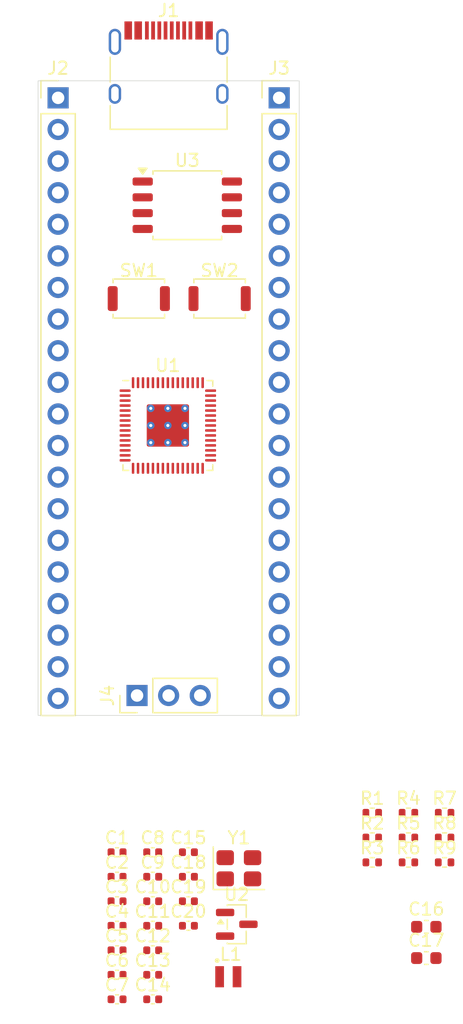
<source format=kicad_pcb>
(kicad_pcb (version 20241229) (generator "pcbnew") (generator_version "9.0")
  (layers (0 "F.Cu" signal) (2 "B.Cu" signal) (13 "F.Paste" user) (15 "B.Paste" user) (5 "F.SilkS" user "F.Silkscreen") (7 "B.SilkS" user "B.Silkscreen") (1 "F.Mask" user) (3 "B.Mask" user) (25 "Edge.Cuts" user))
  (net 0 "")
  (net 1 "+3.3V")
  (net 2 "GND")
  (net 3 "+1V1")
  (net 4 "Net-(U1-VREG_AVDD)")
  (net 5 "VBUS")
  (net 6 "XIN")
  (net 7 "Net-(C19-Pad1)")
  (net 8 "USB_D-")
  (net 9 "USB_D+")
  (net 10 "Net-(J1-CC1)")
  (net 11 "Net-(J1-CC2)")
  (net 12 "GPIO15")
  (net 13 "GPIO1")
  (net 14 "GPIO12")
  (net 15 "GPIO7")
  (net 16 "GPIO3")
  (net 17 "GPIO13")
  (net 18 "GPIO11")
  (net 19 "GPIO10")
  (net 20 "GPIO9")
  (net 21 "GPIO8")
  (net 22 "GPIO0")
  (net 23 "GPIO6")
  (net 24 "GPIO2")
  (net 25 "GPIO4")
  (net 26 "GPIO14")
  (net 27 "GPIO5")
  (net 28 "GPIO16")
  (net 29 "GPIO26_ADC0")
  (net 30 "GPIO19")
  (net 31 "GPIO24")
  (net 32 "GPIO18")
  (net 33 "RUN")
  (net 34 "GPIO20")
  (net 35 "GPIO27_ADC1")
  (net 36 "GPIO29_ADC3")
  (net 37 "GPIO22")
  (net 38 "GPIO23")
  (net 39 "GPIO28_ADC2")
  (net 40 "GPIO17")
  (net 41 "GPIO21")
  (net 42 "SWCLK")
  (net 43 "SWD")
  (net 44 "Net-(U1-VREG_LX)")
  (net 45 "Net-(U1-USB_DP)")
  (net 46 "Net-(U1-USB_DM)")
  (net 47 "XOUT")
  (net 48 "QSPI_SS")
  (net 49 "Net-(R8-Pad1)")
  (net 50 "Net-(R9-Pad1)")
  (net 52 "QSPI_SD0")
  (net 53 "QSPI_SD2")
  (net 54 "QSPI_SD3")
  (net 55 "QSPI_SCLK")
  (net 56 "QSPI_SD1")
  (footprint "Resistor_SMD:R_0402_1005Metric" (layer "F.Cu") (at 173.695 145.81)
    (property "Reference" "R9" (at 0 -1.17 0) (layer "F.SilkS"))
    (property "Value" "1k")
    (fp_line (start -0.153641 -0.38) (end 0.153641 -0.38) (stroke (width 0.12)) (layer "F.SilkS"))
    (fp_line (start -0.153641 0.38) (end 0.153641 0.38) (stroke (width 0.12)) (layer "F.SilkS"))
    (pad "1" smd roundrect (at -0.51 0) (size 0.54 0.64) (layers "F.Cu" "F.Mask" "F.Paste") (net 50 "Net-(R9-Pad1)"))
    (pad "2" smd roundrect (at 0.51 0) (size 0.54 0.64) (layers "F.Cu" "F.Mask" "F.Paste") (net 33 "RUN"))
  )
  (footprint "Button_Switch_SMD:SW_Push_SPST_NO_Alps_SKRK" (layer "F.Cu") (at 155.6 100.5)
    (property "Reference" "SW2" (at 0 -2.25 0) (layer "F.SilkS"))
    (property "Value" "SW_Push")
    (fp_line (start -2.07 -1.57) (end 2.07 -1.57) (stroke (width 0.12)) (layer "F.SilkS"))
    (fp_line (start -2.07 -1.27) (end -2.07 -1.57) (stroke (width 0.12)) (layer "F.SilkS"))
    (fp_line (start -2.07 1.57) (end -2.07 1.27) (stroke (width 0.12)) (layer "F.SilkS"))
    (fp_line (start 2.07 -1.57) (end 2.07 -1.27) (stroke (width 0.12)) (layer "F.SilkS"))
    (fp_line (start 2.07 1.27) (end 2.07 1.57) (stroke (width 0.12)) (layer "F.SilkS"))
    (fp_line (start 2.07 1.57) (end -2.07 1.57) (stroke (width 0.12)) (layer "F.SilkS"))
    (pad "1" smd roundrect (at -2.1 0) (size 0.8 2) (layers "F.Cu" "F.Mask" "F.Paste") (net 2 "GND"))
    (pad "2" smd roundrect (at 2.1 0) (size 0.8 2) (layers "F.Cu" "F.Mask" "F.Paste") (net 50 "Net-(R9-Pad1)"))
  )
  (footprint "Resistor_SMD:R_0402_1005Metric" (layer "F.Cu") (at 167.875 143.82)
    (property "Reference" "R2" (at 0 -1.17 0) (layer "F.SilkS"))
    (property "Value" "5.1k")
    (fp_line (start -0.153641 -0.38) (end 0.153641 -0.38) (stroke (width 0.12)) (layer "F.SilkS"))
    (fp_line (start -0.153641 0.38) (end 0.153641 0.38) (stroke (width 0.12)) (layer "F.SilkS"))
    (pad "1" smd roundrect (at -0.51 0) (size 0.54 0.64) (layers "F.Cu" "F.Mask" "F.Paste") (net 10 "Net-(J1-CC1)"))
    (pad "2" smd roundrect (at 0.51 0) (size 0.54 0.64) (layers "F.Cu" "F.Mask" "F.Paste") (net 2 "GND"))
  )
  (footprint "Capacitor_SMD:C_0603_1608Metric" (layer "F.Cu") (at 172.225 150.99)
    (property "Reference" "C16" (at 0 -1.43 0) (layer "F.SilkS"))
    (property "Value" "10u")
    (fp_line (start -0.14058 -0.51) (end 0.14058 -0.51) (stroke (width 0.12)) (layer "F.SilkS"))
    (fp_line (start -0.14058 0.51) (end 0.14058 0.51) (stroke (width 0.12)) (layer "F.SilkS"))
    (pad "1" smd roundrect (at -0.775 0) (size 0.9 0.95) (layers "F.Cu" "F.Mask" "F.Paste") (net 5 "VBUS"))
    (pad "2" smd roundrect (at 0.775 0) (size 0.9 0.95) (layers "F.Cu" "F.Mask" "F.Paste") (net 2 "GND"))
  )
  (footprint "Capacitor_SMD:C_0402_1005Metric" (layer "F.Cu") (at 147.35 150.903579)
    (property "Reference" "C4" (at 0 -1.16 0) (layer "F.SilkS"))
    (property "Value" "100n")
    (fp_line (start -0.107836 -0.36) (end 0.107836 -0.36) (stroke (width 0.12)) (layer "F.SilkS"))
    (fp_line (start -0.107836 0.36) (end 0.107836 0.36) (stroke (width 0.12)) (layer "F.SilkS"))
    (pad "1" smd roundrect (at -0.48 0) (size 0.56 0.62) (layers "F.Cu" "F.Mask" "F.Paste") (net 1 "+3.3V"))
    (pad "2" smd roundrect (at 0.48 0) (size 0.56 0.62) (layers "F.Cu" "F.Mask" "F.Paste") (net 2 "GND"))
  )
  (footprint "Capacitor_SMD:C_0402_1005Metric" (layer "F.Cu") (at 153.09 150.903579)
    (property "Reference" "C20" (at 0 -1.16 0) (layer "F.SilkS"))
    (property "Value" "100n")
    (fp_line (start -0.107836 -0.36) (end 0.107836 -0.36) (stroke (width 0.12)) (layer "F.SilkS"))
    (fp_line (start -0.107836 0.36) (end 0.107836 0.36) (stroke (width 0.12)) (layer "F.SilkS"))
    (pad "1" smd roundrect (at -0.48 0) (size 0.56 0.62) (layers "F.Cu" "F.Mask" "F.Paste") (net 1 "+3.3V"))
    (pad "2" smd roundrect (at 0.48 0) (size 0.56 0.62) (layers "F.Cu" "F.Mask" "F.Paste") (net 2 "GND"))
  )
  (footprint "Connector_PinHeader_2.54mm:PinHeader_1x03_P2.54mm_Vertical" (layer "F.Cu") (at 148.96 132.4 90)
    (property "Reference" "J4" (at 0 -2.38 90) (layer "F.SilkS"))
    (property "Value" "Conn_01x03")
    (fp_line (start -1.38 -1.38) (end 0 -1.38) (stroke (width 0.12)) (layer "F.SilkS"))
    (fp_line (start -1.38 0) (end -1.38 -1.38) (stroke (width 0.12)) (layer "F.SilkS"))
    (fp_line (start 1.38 1.27) (end 1.38 6.46) (stroke (width 0.12)) (layer "F.SilkS"))
    (fp_line (start -1.38 1.27) (end 1.38 1.27) (stroke (width 0.12)) (layer "F.SilkS"))
    (fp_line (start -1.38 1.27) (end -1.38 6.46) (stroke (width 0.12)) (layer "F.SilkS"))
    (fp_line (start -1.38 6.46) (end 1.38 6.46) (stroke (width 0.12)) (layer "F.SilkS"))
    (pad "1" thru_hole rect (at 0 0 90) (size 1.7 1.7) (drill 1) (layers "*.Cu" "*.Mask") (net 42 "SWCLK"))
    (pad "2" thru_hole circle (at 0 2.54 90) (size 1.7 1.7) (drill 1) (layers "*.Cu" "*.Mask") (net 2 "GND"))
    (pad "3" thru_hole circle (at 0 5.08 90) (size 1.7 1.7) (drill 1) (layers "*.Cu" "*.Mask") (net 43 "SWD"))
  )
  (footprint "Capacitor_SMD:C_0402_1005Metric" (layer "F.Cu") (at 150.22 156.813579)
    (property "Reference" "C14" (at 0 -1.16 0) (layer "F.SilkS"))
    (property "Value" "100n")
    (fp_line (start -0.107836 -0.36) (end 0.107836 -0.36) (stroke (width 0.12)) (layer "F.SilkS"))
    (fp_line (start -0.107836 0.36) (end 0.107836 0.36) (stroke (width 0.12)) (layer "F.SilkS"))
    (pad "1" smd roundrect (at -0.48 0) (size 0.56 0.62) (layers "F.Cu" "F.Mask" "F.Paste") (net 1 "+3.3V"))
    (pad "2" smd roundrect (at 0.48 0) (size 0.56 0.62) (layers "F.Cu" "F.Mask" "F.Paste") (net 2 "GND"))
  )
  (footprint "Capacitor_SMD:C_0402_1005Metric" (layer "F.Cu") (at 153.09 146.963579)
    (property "Reference" "C18" (at 0 -1.16 0) (layer "F.SilkS"))
    (property "Value" "15p")
    (fp_line (start -0.107836 -0.36) (end 0.107836 -0.36) (stroke (width 0.12)) (layer "F.SilkS"))
    (fp_line (start -0.107836 0.36) (end 0.107836 0.36) (stroke (width 0.12)) (layer "F.SilkS"))
    (pad "1" smd roundrect (at -0.48 0) (size 0.56 0.62) (layers "F.Cu" "F.Mask" "F.Paste") (net 6 "XIN"))
    (pad "2" smd roundrect (at 0.48 0) (size 0.56 0.62) (layers "F.Cu" "F.Mask" "F.Paste") (net 2 "GND"))
  )
  (footprint "RP2350_60QFN_minimal:L_pol_2016" (layer "F.Cu") (at 156.3 155)
    (property "Reference" "L1" (at 0.2 -1.8 0) (layer "F.SilkS"))
    (property "Value" "3.3u")
    (fp_circle (center -0.9 -1.3) (end -0.758579 -1.3) (stroke (width 0.1)) (fill yes) (layer "F.SilkS"))
    (pad "1" smd rect (at -0.7 0) (size 0.7 1.7) (layers "F.Cu" "F.Mask" "F.Paste") (net 3 "+1V1"))
    (pad "2" smd rect (at 0.7 0) (size 0.7 1.7) (layers "F.Cu" "F.Mask" "F.Paste") (net 44 "Net-(U1-VREG_LX)"))
  )
  (footprint "Capacitor_SMD:C_0402_1005Metric" (layer "F.Cu") (at 150.22 152.873579)
    (property "Reference" "C12" (at 0 -1.16 0) (layer "F.SilkS"))
    (property "Value" "100n")
    (fp_line (start -0.107836 -0.36) (end 0.107836 -0.36) (stroke (width 0.12)) (layer "F.SilkS"))
    (fp_line (start -0.107836 0.36) (end 0.107836 0.36) (stroke (width 0.12)) (layer "F.SilkS"))
    (pad "1" smd roundrect (at -0.48 0) (size 0.56 0.62) (layers "F.Cu" "F.Mask" "F.Paste") (net 1 "+3.3V"))
    (pad "2" smd roundrect (at 0.48 0) (size 0.56 0.62) (layers "F.Cu" "F.Mask" "F.Paste") (net 2 "GND"))
  )
  (footprint "Package_TO_SOT_SMD:SOT-23" (layer "F.Cu") (at 156.98 150.783579)
    (property "Reference" "U2" (at 0 -2.4 0) (layer "F.SilkS"))
    (property "Value" "MCP1700x-330xxTT")
    (fp_line (start -0.76 -1.56) (end 0.76 -1.56) (stroke (width 0.12)) (layer "F.SilkS"))
    (fp_line (start -0.76 -1.51) (end -0.76 -1.56) (stroke (width 0.12)) (layer "F.SilkS"))
    (fp_line (start -0.76 0.39) (end -0.76 -0.39) (stroke (width 0.12)) (layer "F.SilkS"))
    (fp_line (start -0.76 1.56) (end -0.76 1.51) (stroke (width 0.12)) (layer "F.SilkS"))
    (fp_line (start 0.76 -1.56) (end 0.76 -0.56) (stroke (width 0.12)) (layer "F.SilkS"))
    (fp_line (start 0.76 0.56) (end 0.76 1.56) (stroke (width 0.12)) (layer "F.SilkS"))
    (fp_line (start 0.76 1.56) (end -0.76 1.56) (stroke (width 0.12)) (layer "F.SilkS"))
    (fp_poly (pts (xy -1.3 -0.38) (xy -1.06 -0.05) (xy -1.54 -0.05)) (stroke (width 0.12)) (fill yes) (layer "F.SilkS"))
    (pad "1" smd roundrect (at -0.9375 -0.95) (size 1.475 0.6) (layers "F.Cu" "F.Mask" "F.Paste") (net 2 "GND"))
    (pad "2" smd roundrect (at -0.9375 0.95) (size 1.475 0.6) (layers "F.Cu" "F.Mask" "F.Paste") (net 1 "+3.3V"))
    (pad "3" smd roundrect (at 0.9375 0) (size 1.475 0.6) (layers "F.Cu" "F.Mask" "F.Paste") (net 5 "VBUS"))
  )
  (footprint "Resistor_SMD:R_0402_1005Metric" (layer "F.Cu") (at 173.695 143.82)
    (property "Reference" "R8" (at 0 -1.17 0) (layer "F.SilkS"))
    (property "Value" "1k")
    (fp_line (start -0.153641 -0.38) (end 0.153641 -0.38) (stroke (width 0.12)) (layer "F.SilkS"))
    (fp_line (start -0.153641 0.38) (end 0.153641 0.38) (stroke (width 0.12)) (layer "F.SilkS"))
    (pad "1" smd roundrect (at -0.51 0) (size 0.54 0.64) (layers "F.Cu" "F.Mask" "F.Paste") (net 49 "Net-(R8-Pad1)"))
    (pad "2" smd roundrect (at 0.51 0) (size 0.54 0.64) (layers "F.Cu" "F.Mask" "F.Paste") (net 48 "QSPI_SS"))
  )
  (footprint "Capacitor_SMD:C_0402_1005Metric" (layer "F.Cu") (at 153.09 148.933579)
    (property "Reference" "C19" (at 0 -1.16 0) (layer "F.SilkS"))
    (property "Value" "15p")
    (fp_line (start -0.107836 -0.36) (end 0.107836 -0.36) (stroke (width 0.12)) (layer "F.SilkS"))
    (fp_line (start -0.107836 0.36) (end 0.107836 0.36) (stroke (width 0.12)) (layer "F.SilkS"))
    (pad "1" smd roundrect (at -0.48 0) (size 0.56 0.62) (layers "F.Cu" "F.Mask" "F.Paste") (net 7 "Net-(C19-Pad1)"))
    (pad "2" smd roundrect (at 0.48 0) (size 0.56 0.62) (layers "F.Cu" "F.Mask" "F.Paste") (net 2 "GND"))
  )
  (footprint "Button_Switch_SMD:SW_Push_SPST_NO_Alps_SKRK" (layer "F.Cu") (at 149.1 100.5)
    (property "Reference" "SW1" (at 0 -2.25 0) (layer "F.SilkS"))
    (property "Value" "SW_Push")
    (fp_line (start -2.07 -1.57) (end 2.07 -1.57) (stroke (width 0.12)) (layer "F.SilkS"))
    (fp_line (start -2.07 -1.27) (end -2.07 -1.57) (stroke (width 0.12)) (layer "F.SilkS"))
    (fp_line (start -2.07 1.57) (end -2.07 1.27) (stroke (width 0.12)) (layer "F.SilkS"))
    (fp_line (start 2.07 -1.57) (end 2.07 -1.27) (stroke (width 0.12)) (layer "F.SilkS"))
    (fp_line (start 2.07 1.27) (end 2.07 1.57) (stroke (width 0.12)) (layer "F.SilkS"))
    (fp_line (start 2.07 1.57) (end -2.07 1.57) (stroke (width 0.12)) (layer "F.SilkS"))
    (pad "1" smd roundrect (at -2.1 0) (size 0.8 2) (layers "F.Cu" "F.Mask" "F.Paste") (net 2 "GND"))
    (pad "2" smd roundrect (at 2.1 0) (size 0.8 2) (layers "F.Cu" "F.Mask" "F.Paste") (net 49 "Net-(R8-Pad1)"))
  )
  (footprint "Resistor_SMD:R_0402_1005Metric" (layer "F.Cu") (at 167.875 145.81)
    (property "Reference" "R3" (at 0 -1.17 0) (layer "F.SilkS"))
    (property "Value" "5.1k")
    (fp_line (start -0.153641 -0.38) (end 0.153641 -0.38) (stroke (width 0.12)) (layer "F.SilkS"))
    (fp_line (start -0.153641 0.38) (end 0.153641 0.38) (stroke (width 0.12)) (layer "F.SilkS"))
    (pad "1" smd roundrect (at -0.51 0) (size 0.54 0.64) (layers "F.Cu" "F.Mask" "F.Paste") (net 11 "Net-(J1-CC2)"))
    (pad "2" smd roundrect (at 0.51 0) (size 0.54 0.64) (layers "F.Cu" "F.Mask" "F.Paste") (net 2 "GND"))
  )
  (footprint "Capacitor_SMD:C_0402_1005Metric" (layer "F.Cu") (at 147.35 152.873579)
    (property "Reference" "C5" (at 0 -1.16 0) (layer "F.SilkS"))
    (property "Value" "100n")
    (fp_line (start -0.107836 -0.36) (end 0.107836 -0.36) (stroke (width 0.12)) (layer "F.SilkS"))
    (fp_line (start -0.107836 0.36) (end 0.107836 0.36) (stroke (width 0.12)) (layer "F.SilkS"))
    (pad "1" smd roundrect (at -0.48 0) (size 0.56 0.62) (layers "F.Cu" "F.Mask" "F.Paste") (net 1 "+3.3V"))
    (pad "2" smd roundrect (at 0.48 0) (size 0.56 0.62) (layers "F.Cu" "F.Mask" "F.Paste") (net 2 "GND"))
  )
  (footprint "Capacitor_SMD:C_0402_1005Metric" (layer "F.Cu") (at 147.35 156.813579)
    (property "Reference" "C7" (at 0 -1.16 0) (layer "F.SilkS"))
    (property "Value" "100n")
    (fp_line (start -0.107836 -0.36) (end 0.107836 -0.36) (stroke (width 0.12)) (layer "F.SilkS"))
    (fp_line (start -0.107836 0.36) (end 0.107836 0.36) (stroke (width 0.12)) (layer "F.SilkS"))
    (pad "1" smd roundrect (at -0.48 0) (size 0.56 0.62) (layers "F.Cu" "F.Mask" "F.Paste") (net 1 "+3.3V"))
    (pad "2" smd roundrect (at 0.48 0) (size 0.56 0.62) (layers "F.Cu" "F.Mask" "F.Paste") (net 2 "GND"))
  )
  (footprint "Resistor_SMD:R_0402_1005Metric" (layer "F.Cu") (at 167.875 141.83)
    (property "Reference" "R1" (at 0 -1.17 0) (layer "F.SilkS"))
    (property "Value" "33")
    (fp_line (start -0.153641 -0.38) (end 0.153641 -0.38) (stroke (width 0.12)) (layer "F.SilkS"))
    (fp_line (start -0.153641 0.38) (end 0.153641 0.38) (stroke (width 0.12)) (layer "F.SilkS"))
    (pad "1" smd roundrect (at -0.51 0) (size 0.54 0.64) (layers "F.Cu" "F.Mask" "F.Paste") (net 1 "+3.3V"))
    (pad "2" smd roundrect (at 0.51 0) (size 0.54 0.64) (layers "F.Cu" "F.Mask" "F.Paste") (net 4 "Net-(U1-VREG_AVDD)"))
  )
  (footprint "Capacitor_SMD:C_0402_1005Metric" (layer "F.Cu") (at 147.35 148.933579)
    (property "Reference" "C3" (at 0 -1.16 0) (layer "F.SilkS"))
    (property "Value" "4.7u")
    (fp_line (start -0.107836 -0.36) (end 0.107836 -0.36) (stroke (width 0.12)) (layer "F.SilkS"))
    (fp_line (start -0.107836 0.36) (end 0.107836 0.36) (stroke (width 0.12)) (layer "F.SilkS"))
    (pad "1" smd roundrect (at -0.48 0) (size 0.56 0.62) (layers "F.Cu" "F.Mask" "F.Paste") (net 4 "Net-(U1-VREG_AVDD)"))
    (pad "2" smd roundrect (at 0.48 0) (size 0.56 0.62) (layers "F.Cu" "F.Mask" "F.Paste") (net 2 "GND"))
  )
  (footprint "Capacitor_SMD:C_0402_1005Metric" (layer "F.Cu") (at 150.22 148.933579)
    (property "Reference" "C10" (at 0 -1.16 0) (layer "F.SilkS"))
    (property "Value" "100n")
    (fp_line (start -0.107836 -0.36) (end 0.107836 -0.36) (stroke (width 0.12)) (layer "F.SilkS"))
    (fp_line (start -0.107836 0.36) (end 0.107836 0.36) (stroke (width 0.12)) (layer "F.SilkS"))
    (pad "1" smd roundrect (at -0.48 0) (size 0.56 0.62) (layers "F.Cu" "F.Mask" "F.Paste") (net 1 "+3.3V"))
    (pad "2" smd roundrect (at 0.48 0) (size 0.56 0.62) (layers "F.Cu" "F.Mask" "F.Paste") (net 2 "GND"))
  )
  (footprint "Capacitor_SMD:C_0402_1005Metric" (layer "F.Cu") (at 150.22 154.843579)
    (property "Reference" "C13" (at 0 -1.16 0) (layer "F.SilkS"))
    (property "Value" "100n")
    (fp_line (start -0.107836 -0.36) (end 0.107836 -0.36) (stroke (width 0.12)) (layer "F.SilkS"))
    (fp_line (start -0.107836 0.36) (end 0.107836 0.36) (stroke (width 0.12)) (layer "F.SilkS"))
    (pad "1" smd roundrect (at -0.48 0) (size 0.56 0.62) (layers "F.Cu" "F.Mask" "F.Paste") (net 1 "+3.3V"))
    (pad "2" smd roundrect (at 0.48 0) (size 0.56 0.62) (layers "F.Cu" "F.Mask" "F.Paste") (net 2 "GND"))
  )
  (footprint "Capacitor_SMD:C_0402_1005Metric" (layer "F.Cu") (at 150.22 146.963579)
    (property "Reference" "C9" (at 0 -1.16 0) (layer "F.SilkS"))
    (property "Value" "100n")
    (fp_line (start -0.107836 -0.36) (end 0.107836 -0.36) (stroke (width 0.12)) (layer "F.SilkS"))
    (fp_line (start -0.107836 0.36) (end 0.107836 0.36) (stroke (width 0.12)) (layer "F.SilkS"))
    (pad "1" smd roundrect (at -0.48 0) (size 0.56 0.62) (layers "F.Cu" "F.Mask" "F.Paste") (net 1 "+3.3V"))
    (pad "2" smd roundrect (at 0.48 0) (size 0.56 0.62) (layers "F.Cu" "F.Mask" "F.Paste") (net 2 "GND"))
  )
  (footprint "Capacitor_SMD:C_0402_1005Metric" (layer "F.Cu") (at 153.09 144.993579)
    (property "Reference" "C15" (at 0 -1.16 0) (layer "F.SilkS"))
    (property "Value" "4.7u")
    (fp_line (start -0.107836 -0.36) (end 0.107836 -0.36) (stroke (width 0.12)) (layer "F.SilkS"))
    (fp_line (start -0.107836 0.36) (end 0.107836 0.36) (stroke (width 0.12)) (layer "F.SilkS"))
    (pad "1" smd roundrect (at -0.48 0) (size 0.56 0.62) (layers "F.Cu" "F.Mask" "F.Paste") (net 1 "+3.3V"))
    (pad "2" smd roundrect (at 0.48 0) (size 0.56 0.62) (layers "F.Cu" "F.Mask" "F.Paste") (net 2 "GND"))
  )
  (footprint "Resistor_SMD:R_0402_1005Metric" (layer "F.Cu") (at 170.785 145.81)
    (property "Reference" "R6" (at 0 -1.17 0) (layer "F.SilkS"))
    (property "Value" "1k")
    (fp_line (start -0.153641 -0.38) (end 0.153641 -0.38) (stroke (width 0.12)) (layer "F.SilkS"))
    (fp_line (start -0.153641 0.38) (end 0.153641 0.38) (stroke (width 0.12)) (layer "F.SilkS"))
    (pad "1" smd roundrect (at -0.51 0) (size 0.54 0.64) (layers "F.Cu" "F.Mask" "F.Paste") (net 7 "Net-(C19-Pad1)"))
    (pad "2" smd roundrect (at 0.51 0) (size 0.54 0.64) (layers "F.Cu" "F.Mask" "F.Paste") (net 47 "XOUT"))
  )
  (footprint "Capacitor_SMD:C_0402_1005Metric" (layer "F.Cu") (at 147.35 144.993579)
    (property "Reference" "C1" (at 0 -1.16 0) (layer "F.SilkS"))
    (property "Value" "4.7u")
    (fp_line (start -0.107836 -0.36) (end 0.107836 -0.36) (stroke (width 0.12)) (layer "F.SilkS"))
    (fp_line (start -0.107836 0.36) (end 0.107836 0.36) (stroke (width 0.12)) (layer "F.SilkS"))
    (pad "1" smd roundrect (at -0.48 0) (size 0.56 0.62) (layers "F.Cu" "F.Mask" "F.Paste") (net 1 "+3.3V"))
    (pad "2" smd roundrect (at 0.48 0) (size 0.56 0.62) (layers "F.Cu" "F.Mask" "F.Paste") (net 2 "GND"))
  )
  (footprint "Connector_PinHeader_2.54mm:PinHeader_1x20_P2.54mm_Vertical" (layer "F.Cu") (at 160.39 84.37)
    (property "Reference" "J3" (at 0 -2.38 0) (layer "F.SilkS"))
    (property "Value" "Conn_01x20")
    (fp_line (start -1.38 -1.38) (end 0 -1.38) (stroke (width 0.12)) (layer "F.SilkS"))
    (fp_line (start -1.38 0) (end -1.38 -1.38) (stroke (width 0.12)) (layer "F.SilkS"))
    (fp_line (start -1.38 1.27) (end -1.38 49.64) (stroke (width 0.12)) (layer "F.SilkS"))
    (fp_line (start -1.38 1.27) (end 1.38 1.27) (stroke (width 0.12)) (layer "F.SilkS"))
    (fp_line (start -1.38 49.64) (end 1.38 49.64) (stroke (width 0.12)) (layer "F.SilkS"))
    (fp_line (start 1.38 1.27) (end 1.38 49.64) (stroke (width 0.12)) (layer "F.SilkS"))
    (pad "1" thru_hole rect (at 0 0) (size 1.7 1.7) (drill 1) (layers "*.Cu" "*.Mask") (net 5 "VBUS"))
    (pad "2" thru_hole circle (at 0 2.54) (size 1.7 1.7) (drill 1) (layers "*.Cu" "*.Mask") (net 36 "GPIO29_ADC3"))
    (pad "3" thru_hole circle (at 0 5.08) (size 1.7 1.7) (drill 1) (layers "*.Cu" "*.Mask") (net 2 "GND"))
    (pad "4" thru_hole circle (at 0 7.62) (size 1.7 1.7) (drill 1) (layers "*.Cu" "*.Mask") (net 39 "GPIO28_ADC2"))
    (pad "5" thru_hole circle (at 0 10.16) (size 1.7 1.7) (drill 1) (layers "*.Cu" "*.Mask") (net 1 "+3.3V"))
    (pad "6" thru_hole circle (at 0 12.7) (size 1.7 1.7) (drill 1) (layers "*.Cu" "*.Mask") (net 35 "GPIO27_ADC1"))
    (pad "7" thru_hole circle (at 0 15.24) (size 1.7 1.7) (drill 1) (layers "*.Cu" "*.Mask") (net 29 "GPIO26_ADC0"))
    (pad "8" thru_hole circle (at 0 17.78) (size 1.7 1.7) (drill 1) (layers "*.Cu" "*.Mask") (net 2 "GND"))
    (pad "9" thru_hole circle (at 0 20.32) (size 1.7 1.7) (drill 1) (layers "*.Cu" "*.Mask") (net 31 "GPIO24"))
    (pad "10" thru_hole circle (at 0 22.86) (size 1.7 1.7) (drill 1) (layers "*.Cu" "*.Mask") (net 38 "GPIO23"))
    (pad "11" thru_hole circle (at 0 25.4) (size 1.7 1.7) (drill 1) (layers "*.Cu" "*.Mask") (net 33 "RUN"))
    (pad "12" thru_hole circle (at 0 27.94) (size 1.7 1.7) (drill 1) (layers "*.Cu" "*.Mask") (net 37 "GPIO22"))
    (pad "13" thru_hole circle (at 0 30.48) (size 1.7 1.7) (drill 1) (layers "*.Cu" "*.Mask") (net 2 "GND"))
    (pad "14" thru_hole circle (at 0 33.02) (size 1.7 1.7) (drill 1) (layers "*.Cu" "*.Mask") (net 41 "GPIO21"))
    (pad "15" thru_hole circle (at 0 35.56) (size 1.7 1.7) (drill 1) (layers "*.Cu" "*.Mask") (net 34 "GPIO20"))
    (pad "16" thru_hole circle (at 0 38.1) (size 1.7 1.7) (drill 1) (layers "*.Cu" "*.Mask") (net 30 "GPIO19"))
    (pad "17" thru_hole circle (at 0 40.64) (size 1.7 1.7) (drill 1) (layers "*.Cu" "*.Mask") (net 32 "GPIO18"))
    (pad "18" thru_hole circle (at 0 43.18) (size 1.7 1.7) (drill 1) (layers "*.Cu" "*.Mask") (net 2 "GND"))
    (pad "19" thru_hole circle (at 0 45.72) (size 1.7 1.7) (drill 1) (layers "*.Cu" "*.Mask") (net 40 "GPIO17"))
    (pad "20" thru_hole circle (at 0 48.26) (size 1.7 1.7) (drill 1) (layers "*.Cu" "*.Mask") (net 28 "GPIO16"))
  )
  (footprint "Capacitor_SMD:C_0402_1005Metric" (layer "F.Cu") (at 147.35 154.843579)
    (property "Reference" "C6" (at 0 -1.16 0) (layer "F.SilkS"))
    (property "Value" "100n")
    (fp_line (start -0.107836 -0.36) (end 0.107836 -0.36) (stroke (width 0.12)) (layer "F.SilkS"))
    (fp_line (start -0.107836 0.36) (end 0.107836 0.36) (stroke (width 0.12)) (layer "F.SilkS"))
    (pad "1" smd roundrect (at -0.48 0) (size 0.56 0.62) (layers "F.Cu" "F.Mask" "F.Paste") (net 1 "+3.3V"))
    (pad "2" smd roundrect (at 0.48 0) (size 0.56 0.62) (layers "F.Cu" "F.Mask" "F.Paste") (net 2 "GND"))
  )
  (footprint "Resistor_SMD:R_0402_1005Metric" (layer "F.Cu") (at 173.695 141.83)
    (property "Reference" "R7" (at 0 -1.17 0) (layer "F.SilkS"))
    (property "Value" "10k")
    (fp_line (start -0.153641 -0.38) (end 0.153641 -0.38) (stroke (width 0.12)) (layer "F.SilkS"))
    (fp_line (start -0.153641 0.38) (end 0.153641 0.38) (stroke (width 0.12)) (layer "F.SilkS"))
    (pad "1" smd roundrect (at -0.51 0) (size 0.54 0.64) (layers "F.Cu" "F.Mask" "F.Paste") (net 1 "+3.3V"))
    (pad "2" smd roundrect (at 0.51 0) (size 0.54 0.64) (layers "F.Cu" "F.Mask" "F.Paste") (net 48 "QSPI_SS"))
  )
  (footprint "Resistor_SMD:R_0402_1005Metric" (layer "F.Cu") (at 170.785 141.83)
    (property "Reference" "R4" (at 0 -1.17 0) (layer "F.SilkS"))
    (property "Value" "27")
    (fp_line (start -0.153641 -0.38) (end 0.153641 -0.38) (stroke (width 0.12)) (layer "F.SilkS"))
    (fp_line (start -0.153641 0.38) (end 0.153641 0.38) (stroke (width 0.12)) (layer "F.SilkS"))
    (pad "1" smd roundrect (at -0.51 0) (size 0.54 0.64) (layers "F.Cu" "F.Mask" "F.Paste") (net 45 "Net-(U1-USB_DP)"))
    (pad "2" smd roundrect (at 0.51 0) (size 0.54 0.64) (layers "F.Cu" "F.Mask" "F.Paste") (net 9 "USB_D+"))
  )
  (footprint "Capacitor_SMD:C_0402_1005Metric" (layer "F.Cu") (at 147.35 146.963579)
    (property "Reference" "C2" (at 0 -1.16 0) (layer "F.SilkS"))
    (property "Value" "4.7u")
    (fp_line (start -0.107836 -0.36) (end 0.107836 -0.36) (stroke (width 0.12)) (layer "F.SilkS"))
    (fp_line (start -0.107836 0.36) (end 0.107836 0.36) (stroke (width 0.12)) (layer "F.SilkS"))
    (pad "1" smd roundrect (at -0.48 0) (size 0.56 0.62) (layers "F.Cu" "F.Mask" "F.Paste") (net 3 "+1V1"))
    (pad "2" smd roundrect (at 0.48 0) (size 0.56 0.62) (layers "F.Cu" "F.Mask" "F.Paste") (net 2 "GND"))
  )
  (footprint "Capacitor_SMD:C_0603_1608Metric" (layer "F.Cu") (at 172.225 153.5)
    (property "Reference" "C17" (at 0 -1.43 0) (layer "F.SilkS"))
    (property "Value" "10u")
    (fp_line (start -0.14058 -0.51) (end 0.14058 -0.51) (stroke (width 0.12)) (layer "F.SilkS"))
    (fp_line (start -0.14058 0.51) (end 0.14058 0.51) (stroke (width 0.12)) (layer "F.SilkS"))
    (pad "1" smd roundrect (at -0.775 0) (size 0.9 0.95) (layers "F.Cu" "F.Mask" "F.Paste") (net 1 "+3.3V"))
    (pad "2" smd roundrect (at 0.775 0) (size 0.9 0.95) (layers "F.Cu" "F.Mask" "F.Paste") (net 2 "GND"))
  )
  (footprint "Resistor_SMD:R_0402_1005Metric" (layer "F.Cu") (at 170.785 143.82)
    (property "Reference" "R5" (at 0 -1.17 0) (layer "F.SilkS"))
    (property "Value" "27")
    (fp_line (start -0.153641 -0.38) (end 0.153641 -0.38) (stroke (width 0.12)) (layer "F.SilkS"))
    (fp_line (start -0.153641 0.38) (end 0.153641 0.38) (stroke (width 0.12)) (layer "F.SilkS"))
    (pad "1" smd roundrect (at -0.51 0) (size 0.54 0.64) (layers "F.Cu" "F.Mask" "F.Paste") (net 46 "Net-(U1-USB_DM)"))
    (pad "2" smd roundrect (at 0.51 0) (size 0.54 0.64) (layers "F.Cu" "F.Mask" "F.Paste") (net 8 "USB_D-"))
  )
  (footprint "Capacitor_SMD:C_0402_1005Metric" (layer "F.Cu") (at 150.22 150.903579)
    (property "Reference" "C11" (at 0 -1.16 0) (layer "F.SilkS"))
    (property "Value" "100n")
    (fp_line (start -0.107836 -0.36) (end 0.107836 -0.36) (stroke (width 0.12)) (layer "F.SilkS"))
    (fp_line (start -0.107836 0.36) (end 0.107836 0.36) (stroke (width 0.12)) (layer "F.SilkS"))
    (pad "1" smd roundrect (at -0.48 0) (size 0.56 0.62) (layers "F.Cu" "F.Mask" "F.Paste") (net 1 "+3.3V"))
    (pad "2" smd roundrect (at 0.48 0) (size 0.56 0.62) (layers "F.Cu" "F.Mask" "F.Paste") (net 2 "GND"))
  )
  (footprint "Package_SO:SOIC-8_5.3x5.3mm_P1.27mm" (layer "F.Cu") (at 153 93)
    (property "Reference" "U3" (at 0 -3.6 0) (layer "F.SilkS"))
    (property "Value" "W25Q128JVS")
    (fp_line (start -2.76 -2.76) (end 2.76 -2.76) (stroke (width 0.12)) (layer "F.SilkS"))
    (fp_line (start -2.76 -2.49) (end -2.76 -2.76) (stroke (width 0.12)) (layer "F.SilkS"))
    (fp_line (start -2.76 2.76) (end -2.76 2.49) (stroke (width 0.12)) (layer "F.SilkS"))
    (fp_line (start 2.76 -2.76) (end 2.76 -2.49) (stroke (width 0.12)) (layer "F.SilkS"))
    (fp_line (start 2.76 2.49) (end 2.76 2.76) (stroke (width 0.12)) (layer "F.SilkS"))
    (fp_line (start 2.76 2.76) (end -2.76 2.76) (stroke (width 0.12)) (layer "F.SilkS"))
    (fp_poly (pts (xy -3.59 -2.5) (xy -3.93 -2.97) (xy -3.25 -2.97)) (stroke (width 0.12)) (fill yes) (layer "F.SilkS"))
    (pad "1" smd roundrect (at -3.5875 -1.905) (size 1.625 0.65) (layers "F.Cu" "F.Mask" "F.Paste") (net 48 "QSPI_SS"))
    (pad "2" smd roundrect (at -3.5875 -0.635) (size 1.625 0.65) (layers "F.Cu" "F.Mask" "F.Paste") (net 56 "QSPI_SD1"))
    (pad "3" smd roundrect (at -3.5875 0.635) (size 1.625 0.65) (layers "F.Cu" "F.Mask" "F.Paste") (net 53 "QSPI_SD2"))
    (pad "4" smd roundrect (at -3.5875 1.905) (size 1.625 0.65) (layers "F.Cu" "F.Mask" "F.Paste") (net 2 "GND"))
    (pad "5" smd roundrect (at 3.5875 1.905) (size 1.625 0.65) (layers "F.Cu" "F.Mask" "F.Paste") (net 52 "QSPI_SD0"))
    (pad "6" smd roundrect (at 3.5875 0.635) (size 1.625 0.65) (layers "F.Cu" "F.Mask" "F.Paste") (net 55 "QSPI_SCLK"))
    (pad "7" smd roundrect (at 3.5875 -0.635) (size 1.625 0.65) (layers "F.Cu" "F.Mask" "F.Paste") (net 54 "QSPI_SD3"))
    (pad "8" smd roundrect (at 3.5875 -1.905) (size 1.625 0.65) (layers "F.Cu" "F.Mask" "F.Paste") (net 1 "+3.3V"))
  )
  (footprint "Connector_USB:USB_C_Receptacle_HRO_TYPE-C-31-M-12" (layer "F.Cu") (at 151.5 83)
    (property "Reference" "J1" (at 0 -5.645 0) (layer "F.SilkS"))
    (property "Value" "USB_C_Receptacle_USB2.0_14P")
    (fp_line (start -4.7 -1.9) (end -4.7 0.1) (stroke (width 0.12)) (layer "F.SilkS"))
    (fp_line (start -4.7 2) (end -4.7 3.9) (stroke (width 0.12)) (layer "F.SilkS"))
    (fp_line (start -4.7 3.9) (end 4.7 3.9) (stroke (width 0.12)) (layer "F.SilkS"))
    (fp_line (start 4.7 -1.9) (end 4.7 0.1) (stroke (width 0.12)) (layer "F.SilkS"))
    (fp_line (start 4.7 2) (end 4.7 3.9) (stroke (width 0.12)) (layer "F.SilkS"))
    (pad "" np_thru_hole circle (at -2.89 -2.6) (size 0.65 0.65) (drill 0.65) (layers "*.Cu" "*.Mask"))
    (pad "" np_thru_hole circle (at 2.89 -2.6) (size 0.65 0.65) (drill 0.65) (layers "*.Cu" "*.Mask"))
    (pad "A1" smd rect (at -3.25 -4.045) (size 0.6 1.45) (layers "F.Cu" "F.Mask" "F.Paste") (net 2 "GND"))
    (pad "A4" smd rect (at -2.45 -4.045) (size 0.6 1.45) (layers "F.Cu" "F.Mask" "F.Paste") (net 5 "VBUS"))
    (pad "A5" smd rect (at -1.25 -4.045) (size 0.3 1.45) (layers "F.Cu" "F.Mask" "F.Paste") (net 10 "Net-(J1-CC1)"))
    (pad "A6" smd rect (at -0.25 -4.045) (size 0.3 1.45) (layers "F.Cu" "F.Mask" "F.Paste") (net 9 "USB_D+"))
    (pad "A7" smd rect (at 0.25 -4.045) (size 0.3 1.45) (layers "F.Cu" "F.Mask" "F.Paste") (net 8 "USB_D-"))
    (pad "A8" smd rect (at 1.25 -4.045) (size 0.3 1.45) (layers "F.Cu" "F.Mask" "F.Paste"))
    (pad "A9" smd rect (at 2.45 -4.045) (size 0.6 1.45) (layers "F.Cu" "F.Mask" "F.Paste") (net 5 "VBUS"))
    (pad "A12" smd rect (at 3.25 -4.045) (size 0.6 1.45) (layers "F.Cu" "F.Mask" "F.Paste") (net 2 "GND"))
    (pad "B1" smd rect (at 3.25 -4.045) (size 0.6 1.45) (layers "F.Cu" "F.Mask" "F.Paste") (net 2 "GND"))
    (pad "B4" smd rect (at 2.45 -4.045) (size 0.6 1.45) (layers "F.Cu" "F.Mask" "F.Paste") (net 5 "VBUS"))
    (pad "B5" smd rect (at 1.75 -4.045) (size 0.3 1.45) (layers "F.Cu" "F.Mask" "F.Paste") (net 11 "Net-(J1-CC2)"))
    (pad "B6" smd rect (at 0.75 -4.045) (size 0.3 1.45) (layers "F.Cu" "F.Mask" "F.Paste") (net 9 "USB_D+"))
    (pad "B7" smd rect (at -0.75 -4.045) (size 0.3 1.45) (layers "F.Cu" "F.Mask" "F.Paste") (net 8 "USB_D-"))
    (pad "B8" smd rect (at -1.75 -4.045) (size 0.3 1.45) (layers "F.Cu" "F.Mask" "F.Paste"))
    (pad "B9" smd rect (at -2.45 -4.045) (size 0.6 1.45) (layers "F.Cu" "F.Mask" "F.Paste") (net 5 "VBUS"))
    (pad "B12" smd rect (at -3.25 -4.045) (size 0.6 1.45) (layers "F.Cu" "F.Mask" "F.Paste") (net 2 "GND"))
    (pad "S1" thru_hole oval (at -4.32 -3.13) (size 1 2.1) (drill oval 0.6 1.7) (property pad_prop_heatsink) (layers "*.Cu" "*.Mask") (net 2 "GND"))
    (pad "S1" thru_hole oval (at -4.32 1.05) (size 1 1.6) (drill oval 0.6 1.2) (property pad_prop_heatsink) (layers "*.Cu" "*.Mask") (net 2 "GND"))
    (pad "S1" thru_hole oval (at 4.32 -3.13) (size 1 2.1) (drill oval 0.6 1.7) (property pad_prop_heatsink) (layers "*.Cu" "*.Mask") (net 2 "GND"))
    (pad "S1" thru_hole oval (at 4.32 1.05) (size 1 1.6) (drill oval 0.6 1.2) (property pad_prop_heatsink) (layers "*.Cu" "*.Mask") (net 2 "GND"))
  )
  (footprint "Crystal:Crystal_SMD_3225-4Pin_3.2x2.5mm" (layer "F.Cu") (at 157.15 146.283579)
    (property "Reference" "Y1" (at 0 -2.45 0) (layer "F.SilkS"))
    (property "Value" "12 MHz")
    (fp_line (start -2.06 -1.71) (end -2.06 1.71) (stroke (width 0.12)) (layer "F.SilkS"))
    (fp_line (start -2.06 1.71) (end 2.06 1.71) (stroke (width 0.12)) (layer "F.SilkS"))
    (pad "1" smd roundrect (at -1.1 0.85) (size 1.4 1.2) (layers "F.Cu" "F.Mask" "F.Paste") (roundrect_rratio 0.208333) (net 6 "XIN"))
    (pad "2" smd roundrect (at 1.1 0.85) (size 1.4 1.2) (layers "F.Cu" "F.Mask" "F.Paste") (roundrect_rratio 0.208333) (net 2 "GND"))
    (pad "3" smd roundrect (at 1.1 -0.85) (size 1.4 1.2) (layers "F.Cu" "F.Mask" "F.Paste") (roundrect_rratio 0.208333) (net 7 "Net-(C19-Pad1)"))
    (pad "4" smd roundrect (at -1.1 -0.85) (size 1.4 1.2) (layers "F.Cu" "F.Mask" "F.Paste") (roundrect_rratio 0.208333) (net 2 "GND"))
  )
  (footprint "Capacitor_SMD:C_0402_1005Metric" (layer "F.Cu") (at 150.22 144.993579)
    (property "Reference" "C8" (at 0 -1.16 0) (layer "F.SilkS"))
    (property "Value" "100n")
    (fp_line (start -0.107836 -0.36) (end 0.107836 -0.36) (stroke (width 0.12)) (layer "F.SilkS"))
    (fp_line (start -0.107836 0.36) (end 0.107836 0.36) (stroke (width 0.12)) (layer "F.SilkS"))
    (pad "1" smd roundrect (at -0.48 0) (size 0.56 0.62) (layers "F.Cu" "F.Mask" "F.Paste") (net 1 "+3.3V"))
    (pad "2" smd roundrect (at 0.48 0) (size 0.56 0.62) (layers "F.Cu" "F.Mask" "F.Paste") (net 2 "GND"))
  )
  (footprint "Connector_PinHeader_2.54mm:PinHeader_1x20_P2.54mm_Vertical" (layer "F.Cu") (at 142.61 84.37)
    (property "Reference" "J2" (at 0 -2.38 0) (layer "F.SilkS"))
    (property "Value" "Conn_01x20")
    (fp_line (start -1.38 -1.38) (end 0 -1.38) (stroke (width 0.12)) (layer "F.SilkS"))
    (fp_line (start -1.38 0) (end -1.38 -1.38) (stroke (width 0.12)) (layer "F.SilkS"))
    (fp_line (start -1.38 1.27) (end -1.38 49.64) (stroke (width 0.12)) (layer "F.SilkS"))
    (fp_line (start -1.38 1.27) (end 1.38 1.27) (stroke (width 0.12)) (layer "F.SilkS"))
    (fp_line (start -1.38 49.64) (end 1.38 49.64) (stroke (width 0.12)) (layer "F.SilkS"))
    (fp_line (start 1.38 1.27) (end 1.38 49.64) (stroke (width 0.12)) (layer "F.SilkS"))
    (pad "1" thru_hole rect (at 0 0) (size 1.7 1.7) (drill 1) (layers "*.Cu" "*.Mask") (net 22 "GPIO0"))
    (pad "2" thru_hole circle (at 0 2.54) (size 1.7 1.7) (drill 1) (layers "*.Cu" "*.Mask") (net 13 "GPIO1"))
    (pad "3" thru_hole circle (at 0 5.08) (size 1.7 1.7) (drill 1) (layers "*.Cu" "*.Mask") (net 2 "GND"))
    (pad "4" thru_hole circle (at 0 7.62) (size 1.7 1.7) (drill 1) (layers "*.Cu" "*.Mask") (net 24 "GPIO2"))
    (pad "5" thru_hole circle (at 0 10.16) (size 1.7 1.7) (drill 1) (layers "*.Cu" "*.Mask") (net 16 "GPIO3"))
    (pad "6" thru_hole circle (at 0 12.7) (size 1.7 1.7) (drill 1) (layers "*.Cu" "*.Mask") (net 25 "GPIO4"))
    (pad "7" thru_hole circle (at 0 15.24) (size 1.7 1.7) (drill 1) (layers "*.Cu" "*.Mask") (net 27 "GPIO5"))
    (pad "8" thru_hole circle (at 0 17.78) (size 1.7 1.7) (drill 1) (layers "*.Cu" "*.Mask") (net 2 "GND"))
    (pad "9" thru_hole circle (at 0 20.32) (size 1.7 1.7) (drill 1) (layers "*.Cu" "*.Mask") (net 23 "GPIO6"))
    (pad "10" thru_hole circle (at 0 22.86) (size 1.7 1.7) (drill 1) (layers "*.Cu" "*.Mask") (net 15 "GPIO7"))
    (pad "11" thru_hole circle (at 0 25.4) (size 1.7 1.7) (drill 1) (layers "*.Cu" "*.Mask") (net 21 "GPIO8"))
    (pad "12" thru_hole circle (at 0 27.94) (size 1.7 1.7) (drill 1) (layers "*.Cu" "*.Mask") (net 20 "GPIO9"))
    (pad "13" thru_hole circle (at 0 30.48) (size 1.7 1.7) (drill 1) (layers "*.Cu" "*.Mask") (net 2 "GND"))
    (pad "14" thru_hole circle (at 0 33.02) (size 1.7 1.7) (drill 1) (layers "*.Cu" "*.Mask") (net 19 "GPIO10"))
    (pad "15" thru_hole circle (at 0 35.56) (size 1.7 1.7) (drill 1) (layers "*.Cu" "*.Mask") (net 18 "GPIO11"))
    (pad "16" thru_hole circle (at 0 38.1) (size 1.7 1.7) (drill 1) (layers "*.Cu" "*.Mask") (net 14 "GPIO12"))
    (pad "17" thru_hole circle (at 0 40.64) (size 1.7 1.7) (drill 1) (layers "*.Cu" "*.Mask") (net 17 "GPIO13"))
    (pad "18" thru_hole circle (at 0 43.18) (size 1.7 1.7) (drill 1) (layers "*.Cu" "*.Mask") (net 2 "GND"))
    (pad "19" thru_hole circle (at 0 45.72) (size 1.7 1.7) (drill 1) (layers "*.Cu" "*.Mask") (net 26 "GPIO14"))
    (pad "20" thru_hole circle (at 0 48.26) (size 1.7 1.7) (drill 1) (layers "*.Cu" "*.Mask") (net 12 "GPIO15"))
  )
  (footprint "RP2350_60QFN_minimal:RP2350-QFN-60-1EP_7x7_P0.4mm_EP3.4x3.4mm_ThermalVias" (layer "F.Cu") (at 151.4375 110.7)
    (property "Reference" "U1" (at 0 -4.82 0) (layer "F.SilkS"))
    (property "Value" "RP2350_60QFN")
    (fp_line (start -3.61 3.61) (end -3.61 3.16) (stroke (width 0.12)) (layer "F.SilkS"))
    (fp_line (start -3.16 -3.61) (end -3.61 -3.61) (stroke (width 0.12)) (layer "F.SilkS"))
    (fp_line (start -3.16 3.61) (end -3.61 3.61) (stroke (width 0.12)) (layer "F.SilkS"))
    (fp_line (start 3.16 -3.61) (end 3.61 -3.61) (stroke (width 0.12)) (layer "F.SilkS"))
    (fp_line (start 3.16 3.61) (end 3.61 3.61) (stroke (width 0.12)) (layer "F.SilkS"))
    (fp_line (start 3.61 -3.61) (end 3.61 -3.16) (stroke (width 0.12)) (layer "F.SilkS"))
    (fp_line (start 3.61 3.61) (end 3.61 3.16) (stroke (width 0.12)) (layer "F.SilkS"))
    (pad "1" smd roundrect (at -3.4375 -2.8) (size 0.875 0.2) (layers "F.Cu" "F.Mask" "F.Paste") (chamfer_ratio 0.25) (chamfer top_right) (net 1 "+3.3V"))
    (pad "2" smd roundrect (at -3.4375 -2.4) (size 0.875 0.2) (layers "F.Cu" "F.Mask" "F.Paste") (net 22 "GPIO0"))
    (pad "3" smd roundrect (at -3.4375 -2) (size 0.875 0.2) (layers "F.Cu" "F.Mask" "F.Paste") (net 13 "GPIO1"))
    (pad "4" smd roundrect (at -3.4375 -1.6) (size 0.875 0.2) (layers "F.Cu" "F.Mask" "F.Paste") (net 24 "GPIO2"))
    (pad "5" smd roundrect (at -3.4375 -1.2) (size 0.875 0.2) (layers "F.Cu" "F.Mask" "F.Paste") (net 16 "GPIO3"))
    (pad "6" smd roundrect (at -3.4375 -0.8) (size 0.875 0.2) (layers "F.Cu" "F.Mask" "F.Paste") (net 1 "+3.3V"))
    (pad "7" smd roundrect (at -3.4375 -0.4) (size 0.875 0.2) (layers "F.Cu" "F.Mask" "F.Paste") (net 25 "GPIO4"))
    (pad "8" smd roundrect (at -3.4375 0) (size 0.875 0.2) (layers "F.Cu" "F.Mask" "F.Paste") (net 27 "GPIO5"))
    (pad "9" smd roundrect (at -3.4375 0.4) (size 0.875 0.2) (layers "F.Cu" "F.Mask" "F.Paste") (net 23 "GPIO6"))
    (pad "10" smd roundrect (at -3.4375 0.8) (size 0.875 0.2) (layers "F.Cu" "F.Mask" "F.Paste") (net 15 "GPIO7"))
    (pad "11" smd roundrect (at -3.4375 1.2) (size 0.875 0.2) (layers "F.Cu" "F.Mask" "F.Paste") (net 1 "+3.3V"))
    (pad "12" smd roundrect (at -3.4375 1.6) (size 0.875 0.2) (layers "F.Cu" "F.Mask" "F.Paste") (net 21 "GPIO8"))
    (pad "13" smd roundrect (at -3.4375 2) (size 0.875 0.2) (layers "F.Cu" "F.Mask" "F.Paste") (net 20 "GPIO9"))
    (pad "14" smd roundrect (at -3.4375 2.4) (size 0.875 0.2) (layers "F.Cu" "F.Mask" "F.Paste") (net 19 "GPIO10"))
    (pad "15" smd roundrect (at -3.4375 2.8) (size 0.875 0.2) (layers "F.Cu" "F.Mask" "F.Paste") (chamfer_ratio 0.25) (chamfer bottom_right) (net 18 "GPIO11"))
    (pad "16" smd roundrect (at -2.8 3.4375) (size 0.2 0.875) (layers "F.Cu" "F.Mask" "F.Paste") (chamfer_ratio 0.25) (chamfer top_left) (net 14 "GPIO12"))
    (pad "17" smd roundrect (at -2.4 3.4375) (size 0.2 0.875) (layers "F.Cu" "F.Mask" "F.Paste") (net 17 "GPIO13"))
    (pad "18" smd roundrect (at -2 3.4375) (size 0.2 0.875) (layers "F.Cu" "F.Mask" "F.Paste") (net 26 "GPIO14"))
    (pad "19" smd roundrect (at -1.6 3.4375) (size 0.2 0.875) (layers "F.Cu" "F.Mask" "F.Paste") (net 12 "GPIO15"))
    (pad "20" smd roundrect (at -1.2 3.4375) (size 0.2 0.875) (layers "F.Cu" "F.Mask" "F.Paste") (net 1 "+3.3V"))
    (pad "21" smd roundrect (at -0.8 3.4375) (size 0.2 0.875) (layers "F.Cu" "F.Mask" "F.Paste") (net 6 "XIN"))
    (pad "22" smd roundrect (at -0.4 3.4375) (size 0.2 0.875) (layers "F.Cu" "F.Mask" "F.Paste") (net 47 "XOUT"))
    (pad "23" smd roundrect (at 0 3.4375) (size 0.2 0.875) (layers "F.Cu" "F.Mask" "F.Paste") (net 1 "+3.3V"))
    (pad "24" smd roundrect (at 0.4 3.4375) (size 0.2 0.875) (layers "F.Cu" "F.Mask" "F.Paste") (net 42 "SWCLK"))
    (pad "25" smd roundrect (at 0.8 3.4375) (size 0.2 0.875) (layers "F.Cu" "F.Mask" "F.Paste") (net 43 "SWD"))
    (pad "26" smd roundrect (at 1.2 3.4375) (size 0.2 0.875) (layers "F.Cu" "F.Mask" "F.Paste") (net 33 "RUN"))
    (pad "27" smd roundrect (at 1.6 3.4375) (size 0.2 0.875) (layers "F.Cu" "F.Mask" "F.Paste") (net 28 "GPIO16"))
    (pad "28" smd roundrect (at 2 3.4375) (size 0.2 0.875) (layers "F.Cu" "F.Mask" "F.Paste") (net 40 "GPIO17"))
    (pad "29" smd roundrect (at 2.4 3.4375) (size 0.2 0.875) (layers "F.Cu" "F.Mask" "F.Paste") (net 32 "GPIO18"))
    (pad "30" smd roundrect (at 2.8 3.4375) (size 0.2 0.875) (layers "F.Cu" "F.Mask" "F.Paste") (chamfer_ratio 0.25) (chamfer top_right) (net 1 "+3.3V"))
    (pad "31" smd roundrect (at 3.4375 2.8) (size 0.875 0.2) (layers "F.Cu" "F.Mask" "F.Paste") (chamfer_ratio 0.25) (chamfer bottom_left) (net 30 "GPIO19"))
    (pad "32" smd roundrect (at 3.4375 2.4) (size 0.875 0.2) (layers "F.Cu" "F.Mask" "F.Paste") (net 34 "GPIO20"))
    (pad "33" smd roundrect (at 3.4375 2) (size 0.875 0.2) (layers "F.Cu" "F.Mask" "F.Paste") (net 41 "GPIO21"))
    (pad "34" smd roundrect (at 3.4375 1.6) (size 0.875 0.2) (layers "F.Cu" "F.Mask" "F.Paste") (net 37 "GPIO22"))
    (pad "35" smd roundrect (at 3.4375 1.2) (size 0.875 0.2) (layers "F.Cu" "F.Mask" "F.Paste") (net 38 "GPIO23"))
    (pad "36" smd roundrect (at 3.4375 0.8) (size 0.875 0.2) (layers "F.Cu" "F.Mask" "F.Paste") (net 31 "GPIO24"))
    (pad "37" smd roundrect (at 3.4375 0.4) (size 0.875 0.2) (layers "F.Cu" "F.Mask" "F.Paste"))
    (pad "38" smd roundrect (at 3.4375 0) (size 0.875 0.2) (layers "F.Cu" "F.Mask" "F.Paste") (net 1 "+3.3V"))
    (pad "39" smd roundrect (at 3.4375 -0.4) (size 0.875 0.2) (layers "F.Cu" "F.Mask" "F.Paste") (net 1 "+3.3V"))
    (pad "40" smd roundrect (at 3.4375 -0.8) (size 0.875 0.2) (layers "F.Cu" "F.Mask" "F.Paste") (net 29 "GPIO26_ADC0"))
    (pad "41" smd roundrect (at 3.4375 -1.2) (size 0.875 0.2) (layers "F.Cu" "F.Mask" "F.Paste") (net 35 "GPIO27_ADC1"))
    (pad "42" smd roundrect (at 3.4375 -1.6) (size 0.875 0.2) (layers "F.Cu" "F.Mask" "F.Paste") (net 39 "GPIO28_ADC2"))
    (pad "43" smd roundrect (at 3.4375 -2) (size 0.875 0.2) (layers "F.Cu" "F.Mask" "F.Paste") (net 36 "GPIO29_ADC3"))
    (pad "44" smd roundrect (at 3.4375 -2.4) (size 0.875 0.2) (layers "F.Cu" "F.Mask" "F.Paste") (net 1 "+3.3V"))
    (pad "45" smd roundrect (at 3.4375 -2.8) (size 0.875 0.2) (layers "F.Cu" "F.Mask" "F.Paste") (chamfer_ratio 0.25) (chamfer top_left) (net 1 "+3.3V"))
    (pad "46" smd roundrect (at 2.8 -3.4375) (size 0.2 0.875) (layers "F.Cu" "F.Mask" "F.Paste") (chamfer_ratio 0.25) (chamfer bottom_right) (net 4 "Net-(U1-VREG_AVDD)"))
    (pad "47" smd roundrect (at 2.4 -3.4375) (size 0.2 0.875) (layers "F.Cu" "F.Mask" "F.Paste") (net 2 "GND"))
    (pad "48" smd roundrect (at 2 -3.4375) (size 0.2 0.875) (layers "F.Cu" "F.Mask" "F.Paste") (net 44 "Net-(U1-VREG_LX)"))
    (pad "49" smd roundrect (at 1.6 -3.4375) (size 0.2 0.875) (layers "F.Cu" "F.Mask" "F.Paste") (net 1 "+3.3V"))
    (pad "50" smd roundrect (at 1.2 -3.4375) (size 0.2 0.875) (layers "F.Cu" "F.Mask" "F.Paste") (net 3 "+1V1"))
    (pad "51" smd roundrect (at 0.8 -3.4375) (size 0.2 0.875) (layers "F.Cu" "F.Mask" "F.Paste") (net 46 "Net-(U1-USB_DM)"))
    (pad "52" smd roundrect (at 0.4 -3.4375) (size 0.2 0.875) (layers "F.Cu" "F.Mask" "F.Paste") (net 45 "Net-(U1-USB_DP)"))
    (pad "53" smd roundrect (at 0 -3.4375) (size 0.2 0.875) (layers "F.Cu" "F.Mask" "F.Paste") (net 1 "+3.3V"))
    (pad "54" smd roundrect (at -0.4 -3.4375) (size 0.2 0.875) (layers "F.Cu" "F.Mask" "F.Paste") (net 1 "+3.3V"))
    (pad "55" smd roundrect (at -0.8 -3.4375) (size 0.2 0.875) (layers "F.Cu" "F.Mask" "F.Paste") (net 54 "QSPI_SD3"))
    (pad "56" smd roundrect (at -1.2 -3.4375) (size 0.2 0.875) (layers "F.Cu" "F.Mask" "F.Paste") (net 55 "QSPI_SCLK"))
    (pad "57" smd roundrect (at -1.6 -3.4375) (size 0.2 0.875) (layers "F.Cu" "F.Mask" "F.Paste") (net 52 "QSPI_SD0"))
    (pad "58" smd roundrect (at -2 -3.4375) (size 0.2 0.875) (layers "F.Cu" "F.Mask" "F.Paste") (net 53 "QSPI_SD2"))
    (pad "59" smd roundrect (at -2.4 -3.4375) (size 0.2 0.875) (layers "F.Cu" "F.Mask" "F.Paste") (net 56 "QSPI_SD1"))
    (pad "60" smd roundrect (at -2.8 -3.4375) (size 0.2 0.875) (layers "F.Cu" "F.Mask" "F.Paste") (chamfer_ratio 0.25) (chamfer bottom_left) (net 48 "QSPI_SS"))
    (pad "61" thru_hole circle (at -1.375 -1.375) (size 0.6 0.6) (drill 0.25) (layers "*.Cu") (net 2 "GND"))
    (pad "61" thru_hole circle (at -1.375 0) (size 0.6 0.6) (drill 0.25) (layers "*.Cu") (net 2 "GND"))
    (pad "61" thru_hole circle (at -1.375 1.375) (size 0.6 0.6) (drill 0.25) (layers "*.Cu") (net 2 "GND"))
    (pad "61" thru_hole circle (at 0 -1.375) (size 0.6 0.6) (drill 0.25) (layers "*.Cu") (net 2 "GND"))
    (pad "61" thru_hole circle (at 0 0) (size 0.6 0.6) (drill 0.25) (layers "*.Cu") (net 2 "GND"))
    (pad "61" smd roundrect (at 0 0 90) (size 3.4 3.4) (layers "F.Cu" "F.Mask") (roundrect_rratio 0.045) (net 2 "GND"))
    (pad "61" thru_hole circle (at 0 1.375) (size 0.6 0.6) (drill 0.25) (layers "*.Cu") (net 2 "GND"))
    (pad "61" thru_hole circle (at 1.375 -1.375) (size 0.6 0.6) (drill 0.25) (layers "*.Cu") (net 2 "GND"))
    (pad "61" thru_hole circle (at 1.375 0) (size 0.6 0.6) (drill 0.25) (layers "*.Cu") (net 2 "GND"))
    (pad "61" thru_hole circle (at 1.375 1.375) (size 0.6 0.6) (drill 0.25) (layers "*.Cu") (net 2 "GND"))
  )
  (gr_rect (start 141 83) (end 162 134) (stroke (width 0.05)) (fill no) (layer "Edge.Cuts"))
)
</source>
